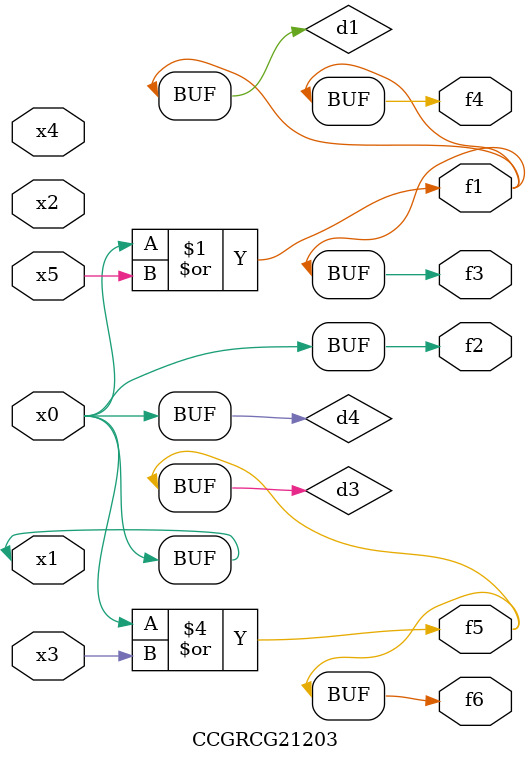
<source format=v>
module CCGRCG21203(
	input x0, x1, x2, x3, x4, x5,
	output f1, f2, f3, f4, f5, f6
);

	wire d1, d2, d3, d4;

	or (d1, x0, x5);
	xnor (d2, x1, x4);
	or (d3, x0, x3);
	buf (d4, x0, x1);
	assign f1 = d1;
	assign f2 = d4;
	assign f3 = d1;
	assign f4 = d1;
	assign f5 = d3;
	assign f6 = d3;
endmodule

</source>
